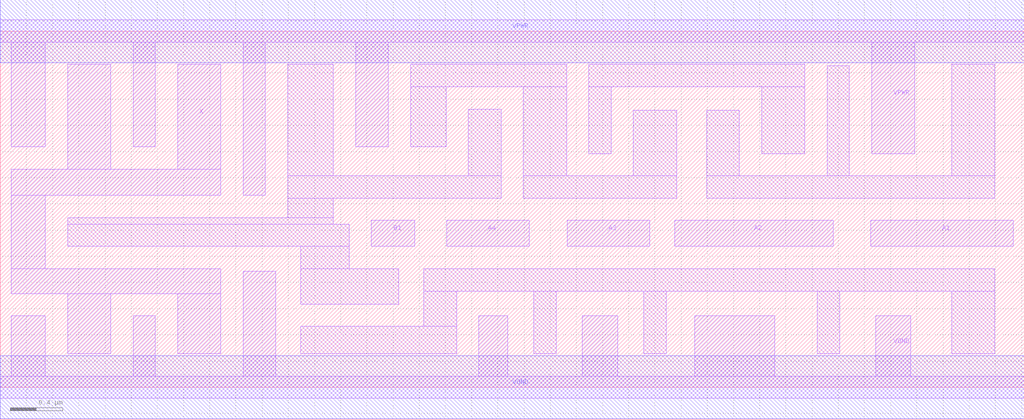
<source format=lef>
# Copyright 2020 The SkyWater PDK Authors
#
# Licensed under the Apache License, Version 2.0 (the "License");
# you may not use this file except in compliance with the License.
# You may obtain a copy of the License at
#
#     https://www.apache.org/licenses/LICENSE-2.0
#
# Unless required by applicable law or agreed to in writing, software
# distributed under the License is distributed on an "AS IS" BASIS,
# WITHOUT WARRANTIES OR CONDITIONS OF ANY KIND, either express or implied.
# See the License for the specific language governing permissions and
# limitations under the License.
#
# SPDX-License-Identifier: Apache-2.0

VERSION 5.5 ;
NAMESCASESENSITIVE ON ;
BUSBITCHARS "[]" ;
DIVIDERCHAR "/" ;
MACRO sky130_fd_sc_hd__o41a_4
  CLASS CORE ;
  SOURCE USER ;
  ORIGIN  0.000000  0.000000 ;
  SIZE  7.820000 BY  2.720000 ;
  SYMMETRY X Y R90 ;
  SITE unithd ;
  PIN A1
    ANTENNAGATEAREA  0.495000 ;
    DIRECTION INPUT ;
    USE SIGNAL ;
    PORT
      LAYER li1 ;
        RECT 6.650000 1.075000 7.735000 1.275000 ;
    END
  END A1
  PIN A2
    ANTENNAGATEAREA  0.495000 ;
    DIRECTION INPUT ;
    USE SIGNAL ;
    PORT
      LAYER li1 ;
        RECT 5.150000 1.075000 6.360000 1.275000 ;
    END
  END A2
  PIN A3
    ANTENNAGATEAREA  0.495000 ;
    DIRECTION INPUT ;
    USE SIGNAL ;
    PORT
      LAYER li1 ;
        RECT 4.330000 1.075000 4.960000 1.275000 ;
    END
  END A3
  PIN A4
    ANTENNAGATEAREA  0.495000 ;
    DIRECTION INPUT ;
    USE SIGNAL ;
    PORT
      LAYER li1 ;
        RECT 3.410000 1.075000 4.040000 1.275000 ;
    END
  END A4
  PIN B1
    ANTENNAGATEAREA  0.495000 ;
    DIRECTION INPUT ;
    USE SIGNAL ;
    PORT
      LAYER li1 ;
        RECT 2.835000 1.075000 3.165000 1.275000 ;
    END
  END B1
  PIN X
    ANTENNADIFFAREA  0.891000 ;
    DIRECTION OUTPUT ;
    USE SIGNAL ;
    PORT
      LAYER li1 ;
        RECT 0.085000 0.715000 1.685000 0.905000 ;
        RECT 0.085000 0.905000 0.345000 1.465000 ;
        RECT 0.085000 1.465000 1.685000 1.665000 ;
        RECT 0.515000 0.255000 0.845000 0.715000 ;
        RECT 0.515000 1.665000 0.845000 2.465000 ;
        RECT 1.355000 0.255000 1.685000 0.715000 ;
        RECT 1.355000 1.665000 1.685000 2.465000 ;
    END
  END X
  PIN VGND
    DIRECTION INOUT ;
    SHAPE ABUTMENT ;
    USE GROUND ;
    PORT
      LAYER li1 ;
        RECT 0.000000 -0.085000 7.820000 0.085000 ;
        RECT 0.085000  0.085000 0.345000 0.545000 ;
        RECT 1.015000  0.085000 1.185000 0.545000 ;
        RECT 1.855000  0.085000 2.105000 0.885000 ;
        RECT 3.655000  0.085000 3.875000 0.545000 ;
        RECT 4.445000  0.085000 4.715000 0.545000 ;
        RECT 5.305000  0.085000 5.915000 0.545000 ;
        RECT 6.685000  0.085000 6.955000 0.545000 ;
    END
    PORT
      LAYER met1 ;
        RECT 0.000000 -0.240000 7.820000 0.240000 ;
    END
  END VGND
  PIN VPWR
    DIRECTION INOUT ;
    SHAPE ABUTMENT ;
    USE POWER ;
    PORT
      LAYER li1 ;
        RECT 0.000000 2.635000 7.820000 2.805000 ;
        RECT 0.085000 1.835000 0.345000 2.635000 ;
        RECT 1.015000 1.835000 1.185000 2.635000 ;
        RECT 1.855000 1.465000 2.025000 2.635000 ;
        RECT 2.715000 1.835000 2.965000 2.635000 ;
        RECT 6.655000 1.785000 6.985000 2.635000 ;
    END
    PORT
      LAYER met1 ;
        RECT 0.000000 2.480000 7.820000 2.960000 ;
    END
  END VPWR
  OBS
    LAYER li1 ;
      RECT 0.515000 1.075000 2.665000 1.245000 ;
      RECT 0.515000 1.245000 2.545000 1.295000 ;
      RECT 2.195000 1.295000 2.545000 1.445000 ;
      RECT 2.195000 1.445000 3.825000 1.615000 ;
      RECT 2.195000 1.615000 2.545000 2.465000 ;
      RECT 2.295000 0.255000 3.485000 0.465000 ;
      RECT 2.295000 0.635000 3.045000 0.905000 ;
      RECT 2.295000 0.905000 2.665000 1.075000 ;
      RECT 3.135000 1.835000 3.405000 2.295000 ;
      RECT 3.135000 2.295000 4.325000 2.465000 ;
      RECT 3.235000 0.465000 3.485000 0.735000 ;
      RECT 3.235000 0.735000 7.595000 0.905000 ;
      RECT 3.575000 1.615000 3.825000 2.125000 ;
      RECT 3.995000 1.445000 5.165000 1.615000 ;
      RECT 3.995000 1.615000 4.325000 2.295000 ;
      RECT 4.075000 0.255000 4.245000 0.735000 ;
      RECT 4.495000 1.785000 4.665000 2.295000 ;
      RECT 4.495000 2.295000 6.145000 2.465000 ;
      RECT 4.835000 1.615000 5.165000 2.115000 ;
      RECT 4.915000 0.255000 5.085000 0.735000 ;
      RECT 5.395000 1.445000 7.595000 1.615000 ;
      RECT 5.395000 1.615000 5.645000 2.115000 ;
      RECT 5.815000 1.785000 6.145000 2.295000 ;
      RECT 6.240000 0.255000 6.410000 0.735000 ;
      RECT 6.315000 1.615000 6.485000 2.455000 ;
      RECT 7.265000 0.255000 7.595000 0.735000 ;
      RECT 7.265000 1.615000 7.595000 2.465000 ;
  END
END sky130_fd_sc_hd__o41a_4

</source>
